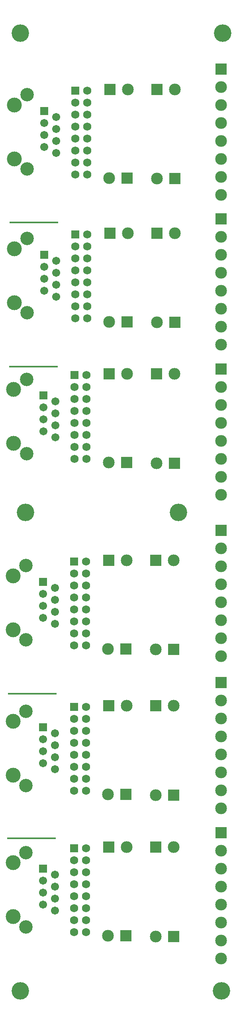
<source format=gts>
G04 Layer_Color=8388736*
%FSTAX24Y24*%
%MOIN*%
G70*
G01*
G75*
%ADD27R,0.4080X0.0180*%
%ADD28C,0.0982*%
%ADD29R,0.0982X0.0982*%
%ADD30C,0.1460*%
%ADD31C,0.0680*%
%ADD32R,0.0680X0.0680*%
%ADD33R,0.0982X0.0982*%
%ADD34C,0.1241*%
%ADD35C,0.1123*%
%ADD36C,0.0671*%
%ADD37R,0.0671X0.0671*%
D27*
X0417Y03245D02*
D03*
X04185Y0718D02*
D03*
X04165Y0204D02*
D03*
X0418Y05975D02*
D03*
D28*
X0575Y01035D02*
D03*
Y01185D02*
D03*
Y01335D02*
D03*
Y01485D02*
D03*
Y01635D02*
D03*
Y01785D02*
D03*
Y01935D02*
D03*
Y0229D02*
D03*
Y0244D02*
D03*
Y0259D02*
D03*
Y0274D02*
D03*
Y0289D02*
D03*
Y0304D02*
D03*
Y0319D02*
D03*
Y0356D02*
D03*
Y0371D02*
D03*
Y0386D02*
D03*
Y0401D02*
D03*
Y0416D02*
D03*
Y0431D02*
D03*
Y0446D02*
D03*
Y04905D02*
D03*
Y05055D02*
D03*
Y05205D02*
D03*
Y05355D02*
D03*
Y05505D02*
D03*
Y05655D02*
D03*
Y05805D02*
D03*
Y0616D02*
D03*
Y0631D02*
D03*
Y0646D02*
D03*
Y0661D02*
D03*
Y0676D02*
D03*
Y0691D02*
D03*
Y0706D02*
D03*
Y0741D02*
D03*
Y0756D02*
D03*
Y0771D02*
D03*
Y0786D02*
D03*
Y0801D02*
D03*
Y0816D02*
D03*
Y0831D02*
D03*
X04815Y0755D02*
D03*
X05215Y07545D02*
D03*
X05365Y0829D02*
D03*
X0497D02*
D03*
X04815Y0635D02*
D03*
X04805Y0362D02*
D03*
X0481Y05175D02*
D03*
X04805Y01225D02*
D03*
Y02405D02*
D03*
X05205Y0122D02*
D03*
Y024D02*
D03*
X05215Y06345D02*
D03*
X05205Y03615D02*
D03*
X0521Y0517D02*
D03*
X05355Y0436D02*
D03*
Y01965D02*
D03*
Y03145D02*
D03*
X05365Y0709D02*
D03*
X0536Y05915D02*
D03*
X0497Y0709D02*
D03*
X0496Y03145D02*
D03*
Y01965D02*
D03*
X04965Y05915D02*
D03*
X0496Y0436D02*
D03*
D29*
X0575Y02085D02*
D03*
Y0334D02*
D03*
Y0461D02*
D03*
Y05955D02*
D03*
Y0721D02*
D03*
Y0846D02*
D03*
D30*
X05755Y00765D02*
D03*
X0407D02*
D03*
X05395Y0476D02*
D03*
X04115D02*
D03*
X05765Y0876D02*
D03*
X0407D02*
D03*
D31*
X0463Y0758D02*
D03*
Y0768D02*
D03*
X0453Y0818D02*
D03*
Y0808D02*
D03*
Y0798D02*
D03*
Y0788D02*
D03*
Y0778D02*
D03*
Y0768D02*
D03*
Y0758D02*
D03*
X0463Y0778D02*
D03*
Y0788D02*
D03*
Y0798D02*
D03*
Y0808D02*
D03*
Y0818D02*
D03*
Y0828D02*
D03*
X0462Y01255D02*
D03*
Y01355D02*
D03*
X0452Y01855D02*
D03*
Y01755D02*
D03*
Y01655D02*
D03*
Y01555D02*
D03*
Y01455D02*
D03*
Y01355D02*
D03*
Y01255D02*
D03*
X0462Y01455D02*
D03*
Y01555D02*
D03*
Y01655D02*
D03*
Y01755D02*
D03*
Y01855D02*
D03*
Y01955D02*
D03*
Y02435D02*
D03*
Y02535D02*
D03*
X0452Y03035D02*
D03*
Y02935D02*
D03*
Y02835D02*
D03*
Y02735D02*
D03*
Y02635D02*
D03*
Y02535D02*
D03*
Y02435D02*
D03*
X0462Y02635D02*
D03*
Y02735D02*
D03*
Y02835D02*
D03*
Y02935D02*
D03*
Y03035D02*
D03*
Y03135D02*
D03*
Y0365D02*
D03*
Y0375D02*
D03*
X0452Y0425D02*
D03*
Y0415D02*
D03*
Y0405D02*
D03*
Y0395D02*
D03*
Y0385D02*
D03*
Y0375D02*
D03*
Y0365D02*
D03*
X0462Y0385D02*
D03*
Y0395D02*
D03*
Y0405D02*
D03*
Y0415D02*
D03*
Y0425D02*
D03*
Y0435D02*
D03*
X04625Y05205D02*
D03*
Y05305D02*
D03*
X04525Y05805D02*
D03*
Y05705D02*
D03*
Y05605D02*
D03*
Y05505D02*
D03*
Y05405D02*
D03*
Y05305D02*
D03*
Y05205D02*
D03*
X04625Y05405D02*
D03*
Y05505D02*
D03*
Y05605D02*
D03*
Y05705D02*
D03*
Y05805D02*
D03*
Y05905D02*
D03*
X0463Y0638D02*
D03*
Y0648D02*
D03*
X0453Y0698D02*
D03*
Y0688D02*
D03*
Y0678D02*
D03*
Y0668D02*
D03*
Y0658D02*
D03*
Y0648D02*
D03*
Y0638D02*
D03*
X0463Y0658D02*
D03*
Y0668D02*
D03*
Y0678D02*
D03*
Y0688D02*
D03*
Y0698D02*
D03*
Y0708D02*
D03*
D32*
X0453Y0828D02*
D03*
X0452Y01955D02*
D03*
Y03135D02*
D03*
Y0435D02*
D03*
X04525Y05905D02*
D03*
X0453Y0708D02*
D03*
D33*
X04965Y0755D02*
D03*
X05365Y07545D02*
D03*
X05215Y0829D02*
D03*
X0482D02*
D03*
X04965Y0635D02*
D03*
X04955Y0362D02*
D03*
X0496Y05175D02*
D03*
X04955Y01225D02*
D03*
Y02405D02*
D03*
X05355Y0122D02*
D03*
Y024D02*
D03*
X05365Y06345D02*
D03*
X05355Y03615D02*
D03*
X0536Y0517D02*
D03*
X05205Y0436D02*
D03*
Y01965D02*
D03*
Y03145D02*
D03*
X05215Y0709D02*
D03*
X0521Y05915D02*
D03*
X0482Y0709D02*
D03*
X0481Y03145D02*
D03*
Y01965D02*
D03*
X04815Y05915D02*
D03*
X0481Y0436D02*
D03*
D34*
X0401Y01385D02*
D03*
Y01835D02*
D03*
Y03015D02*
D03*
Y02565D02*
D03*
Y0378D02*
D03*
Y0423D02*
D03*
X04015Y05785D02*
D03*
Y05335D02*
D03*
X0402Y0651D02*
D03*
Y0696D02*
D03*
Y0816D02*
D03*
Y0771D02*
D03*
D35*
X041187Y0192D02*
D03*
Y013D02*
D03*
Y0248D02*
D03*
Y031D02*
D03*
Y04315D02*
D03*
Y03695D02*
D03*
X041237Y0525D02*
D03*
Y0587D02*
D03*
X041287Y07045D02*
D03*
Y06425D02*
D03*
Y07625D02*
D03*
Y08245D02*
D03*
D36*
X0426Y01685D02*
D03*
Y01585D02*
D03*
X0436Y01635D02*
D03*
Y01535D02*
D03*
X0426Y01485D02*
D03*
X0436Y01735D02*
D03*
Y01435D02*
D03*
Y02615D02*
D03*
Y02915D02*
D03*
X0426Y02665D02*
D03*
X0436Y02715D02*
D03*
Y02815D02*
D03*
X0426Y02765D02*
D03*
Y02865D02*
D03*
Y0408D02*
D03*
Y0398D02*
D03*
X0436Y0403D02*
D03*
Y0393D02*
D03*
X0426Y0388D02*
D03*
X0436Y0413D02*
D03*
Y0383D02*
D03*
X04365Y05385D02*
D03*
Y05685D02*
D03*
X04265Y05435D02*
D03*
X04365Y05485D02*
D03*
Y05585D02*
D03*
X04265Y05535D02*
D03*
Y05635D02*
D03*
X0427Y0681D02*
D03*
Y0671D02*
D03*
X0437Y0676D02*
D03*
Y0666D02*
D03*
X0427Y0661D02*
D03*
X0437Y0686D02*
D03*
Y0656D02*
D03*
Y0776D02*
D03*
Y0806D02*
D03*
X0427Y0781D02*
D03*
X0437Y0786D02*
D03*
Y0796D02*
D03*
X0427Y0791D02*
D03*
Y0801D02*
D03*
D37*
X0426Y01785D02*
D03*
Y02965D02*
D03*
Y0418D02*
D03*
X04265Y05735D02*
D03*
X0427Y0691D02*
D03*
Y0811D02*
D03*
M02*

</source>
